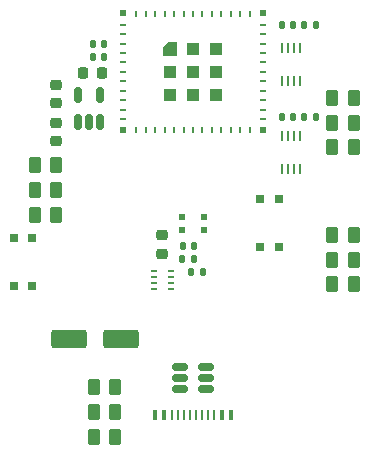
<source format=gbr>
G04 #@! TF.GenerationSoftware,KiCad,Pcbnew,8.0.8*
G04 #@! TF.CreationDate,2025-01-26T21:40:06-06:00*
G04 #@! TF.ProjectId,kbxIrBlaster,6b627849-7242-46c6-9173-7465722e6b69,rev?*
G04 #@! TF.SameCoordinates,Original*
G04 #@! TF.FileFunction,Paste,Top*
G04 #@! TF.FilePolarity,Positive*
%FSLAX46Y46*%
G04 Gerber Fmt 4.6, Leading zero omitted, Abs format (unit mm)*
G04 Created by KiCad (PCBNEW 8.0.8) date 2025-01-26 21:40:06*
%MOMM*%
%LPD*%
G01*
G04 APERTURE LIST*
G04 Aperture macros list*
%AMRoundRect*
0 Rectangle with rounded corners*
0 $1 Rounding radius*
0 $2 $3 $4 $5 $6 $7 $8 $9 X,Y pos of 4 corners*
0 Add a 4 corners polygon primitive as box body*
4,1,4,$2,$3,$4,$5,$6,$7,$8,$9,$2,$3,0*
0 Add four circle primitives for the rounded corners*
1,1,$1+$1,$2,$3*
1,1,$1+$1,$4,$5*
1,1,$1+$1,$6,$7*
1,1,$1+$1,$8,$9*
0 Add four rect primitives between the rounded corners*
20,1,$1+$1,$2,$3,$4,$5,0*
20,1,$1+$1,$4,$5,$6,$7,0*
20,1,$1+$1,$6,$7,$8,$9,0*
20,1,$1+$1,$8,$9,$2,$3,0*%
%AMFreePoly0*
4,1,6,0.605000,-0.605000,-0.605000,-0.605000,-0.605000,0.075294,-0.075294,0.605000,0.605000,0.605000,0.605000,-0.605000,0.605000,-0.605000,$1*%
G04 Aperture macros list end*
%ADD10R,0.360000X0.870000*%
%ADD11R,0.180000X0.870000*%
%ADD12RoundRect,0.150000X0.512500X0.150000X-0.512500X0.150000X-0.512500X-0.150000X0.512500X-0.150000X0*%
%ADD13RoundRect,0.250000X0.262500X0.450000X-0.262500X0.450000X-0.262500X-0.450000X0.262500X-0.450000X0*%
%ADD14R,0.560000X0.560000*%
%ADD15RoundRect,0.250000X-0.262500X-0.450000X0.262500X-0.450000X0.262500X0.450000X-0.262500X0.450000X0*%
%ADD16RoundRect,0.225000X0.225000X0.250000X-0.225000X0.250000X-0.225000X-0.250000X0.225000X-0.250000X0*%
%ADD17RoundRect,0.218750X0.256250X-0.218750X0.256250X0.218750X-0.256250X0.218750X-0.256250X-0.218750X0*%
%ADD18RoundRect,0.061250X0.061250X-0.376250X0.061250X0.376250X-0.061250X0.376250X-0.061250X-0.376250X0*%
%ADD19R,0.800000X0.720000*%
%ADD20RoundRect,0.135000X0.135000X0.185000X-0.135000X0.185000X-0.135000X-0.185000X0.135000X-0.185000X0*%
%ADD21R,0.560000X0.280000*%
%ADD22R,0.280000X0.560000*%
%ADD23FreePoly0,0.000000*%
%ADD24R,1.015000X1.015000*%
%ADD25R,0.490000X0.490000*%
%ADD26RoundRect,0.135000X-0.135000X-0.185000X0.135000X-0.185000X0.135000X0.185000X-0.135000X0.185000X0*%
%ADD27RoundRect,0.140000X-0.140000X-0.170000X0.140000X-0.170000X0.140000X0.170000X-0.140000X0.170000X0*%
%ADD28RoundRect,0.140000X0.140000X0.170000X-0.140000X0.170000X-0.140000X-0.170000X0.140000X-0.170000X0*%
%ADD29RoundRect,0.225000X0.250000X-0.225000X0.250000X0.225000X-0.250000X0.225000X-0.250000X-0.225000X0*%
%ADD30RoundRect,0.030000X-0.171000X-0.060000X0.171000X-0.060000X0.171000X0.060000X-0.171000X0.060000X0*%
%ADD31RoundRect,0.225000X-0.250000X0.225000X-0.250000X-0.225000X0.250000X-0.225000X0.250000X0.225000X0*%
%ADD32RoundRect,0.150000X0.150000X-0.512500X0.150000X0.512500X-0.150000X0.512500X-0.150000X-0.512500X0*%
%ADD33RoundRect,0.250000X1.250000X0.550000X-1.250000X0.550000X-1.250000X-0.550000X1.250000X-0.550000X0*%
G04 APERTURE END LIST*
D10*
X146750000Y-106255000D03*
X147550000Y-106255000D03*
D11*
X148750000Y-106255000D03*
X149750000Y-106255000D03*
X150250000Y-106255000D03*
X151250000Y-106255000D03*
D10*
X152450000Y-106255000D03*
X153250000Y-106255000D03*
X153250000Y-106255000D03*
X152450000Y-106255000D03*
D11*
X151750000Y-106255000D03*
X150750000Y-106255000D03*
X149250000Y-106255000D03*
X148250000Y-106255000D03*
D10*
X147550000Y-106255000D03*
X146750000Y-106255000D03*
D12*
X151137500Y-104050000D03*
X151137500Y-103100000D03*
X151137500Y-102150000D03*
X148862500Y-102150000D03*
X148862500Y-103100000D03*
X148862500Y-104050000D03*
D13*
X143402199Y-103900000D03*
X141577199Y-103900000D03*
D14*
X150915000Y-90550000D03*
X150915000Y-89450000D03*
X149085000Y-89450000D03*
X149085000Y-90550000D03*
D15*
X161787500Y-79400000D03*
X163612500Y-79400000D03*
D13*
X143402199Y-106000000D03*
X141577199Y-106000000D03*
D16*
X142275000Y-77300000D03*
X140725000Y-77300000D03*
D17*
X147382717Y-92587500D03*
X147382717Y-91012500D03*
D18*
X157550000Y-85400000D03*
X158050000Y-85400000D03*
X158550000Y-85400000D03*
X159050000Y-85400000D03*
X159050000Y-82600000D03*
X158550000Y-82600000D03*
X158050000Y-82600000D03*
X157550000Y-82600000D03*
D19*
X136400000Y-91250000D03*
X136400000Y-95350000D03*
X134800000Y-91250000D03*
X134800000Y-95350000D03*
D13*
X163612500Y-81500000D03*
X161787500Y-81500000D03*
X163612500Y-83600000D03*
X161787500Y-83600000D03*
D20*
X150110000Y-93000000D03*
X149090000Y-93000000D03*
D13*
X138412500Y-87200000D03*
X136587500Y-87200000D03*
X138412500Y-89300000D03*
X136587500Y-89300000D03*
D20*
X160410000Y-81000000D03*
X159390000Y-81000000D03*
D15*
X161787500Y-93100000D03*
X163612500Y-93100000D03*
X161787500Y-95200000D03*
X163612500Y-95200000D03*
D21*
X144100000Y-73200000D03*
X144100000Y-74000000D03*
X144100000Y-74800000D03*
X144100000Y-75600000D03*
X144100000Y-76400000D03*
X144100000Y-77200000D03*
X144100000Y-78000000D03*
X144100000Y-78800000D03*
X144100000Y-79600000D03*
X144100000Y-80400000D03*
X144100000Y-81200000D03*
D22*
X145200000Y-82100000D03*
X146000000Y-82100000D03*
X146800000Y-82100000D03*
X147600000Y-82100000D03*
X148400000Y-82100000D03*
X149200000Y-82100000D03*
X150000000Y-82100000D03*
X150800000Y-82100000D03*
X151600000Y-82100000D03*
X152400000Y-82100000D03*
X153200000Y-82100000D03*
X154000000Y-82100000D03*
X154800000Y-82100000D03*
D21*
X155900000Y-81200000D03*
X155900000Y-80400000D03*
X155900000Y-79600000D03*
X155900000Y-78800000D03*
X155900000Y-78000000D03*
X155900000Y-77200000D03*
X155900000Y-76400000D03*
X155900000Y-75600000D03*
X155900000Y-74800000D03*
X155900000Y-74000000D03*
X155900000Y-73200000D03*
D22*
X154800000Y-72300000D03*
X154000000Y-72300000D03*
X153200000Y-72300000D03*
X152400000Y-72300000D03*
X151600000Y-72300000D03*
X150800000Y-72300000D03*
X150000000Y-72300000D03*
X149200000Y-72300000D03*
X148400000Y-72300000D03*
X147600000Y-72300000D03*
X146800000Y-72300000D03*
X146000000Y-72300000D03*
X145200000Y-72300000D03*
D23*
X148025000Y-75225000D03*
D24*
X148025000Y-77200000D03*
X148025000Y-79175000D03*
X150000000Y-75225000D03*
X150000000Y-77200000D03*
X150000000Y-79175000D03*
X151975000Y-75225000D03*
X151975000Y-77200000D03*
X151975000Y-79175000D03*
D25*
X155950000Y-72250000D03*
X155950000Y-82150000D03*
X144050000Y-82150000D03*
X144050000Y-72250000D03*
D26*
X149790000Y-94100000D03*
X150810000Y-94100000D03*
D27*
X157520000Y-73200000D03*
X158480000Y-73200000D03*
D28*
X142480000Y-75900000D03*
X141520000Y-75900000D03*
D15*
X161787500Y-91000000D03*
X163612500Y-91000000D03*
D18*
X157550000Y-78000000D03*
X158050000Y-78000000D03*
X158550000Y-78000000D03*
X159050000Y-78000000D03*
X159050000Y-75200000D03*
X158550000Y-75200000D03*
X158050000Y-75200000D03*
X157550000Y-75200000D03*
D29*
X138400000Y-83075000D03*
X138400000Y-81525000D03*
D30*
X146660000Y-94050000D03*
X146660000Y-94550000D03*
X146660000Y-95050000D03*
X146660000Y-95550000D03*
X148140000Y-95550000D03*
X148140000Y-95050000D03*
X148140000Y-94550000D03*
X148140000Y-94050000D03*
D19*
X155650000Y-92050000D03*
X155650000Y-87950000D03*
X157250000Y-92050000D03*
X157250000Y-87950000D03*
D31*
X138400000Y-78325000D03*
X138400000Y-79875000D03*
D28*
X142480000Y-74800000D03*
X141520000Y-74800000D03*
D27*
X149120000Y-91900000D03*
X150080000Y-91900000D03*
D32*
X140250000Y-81437500D03*
X141200000Y-81437500D03*
X142150000Y-81437500D03*
X142150000Y-79162500D03*
X140250000Y-79162500D03*
D20*
X160410000Y-73200000D03*
X159390000Y-73200000D03*
D27*
X157520000Y-81000000D03*
X158480000Y-81000000D03*
D13*
X138412500Y-85100000D03*
X136587500Y-85100000D03*
X143402199Y-108100000D03*
X141577199Y-108100000D03*
D33*
X143900000Y-99800000D03*
X139500000Y-99800000D03*
M02*

</source>
